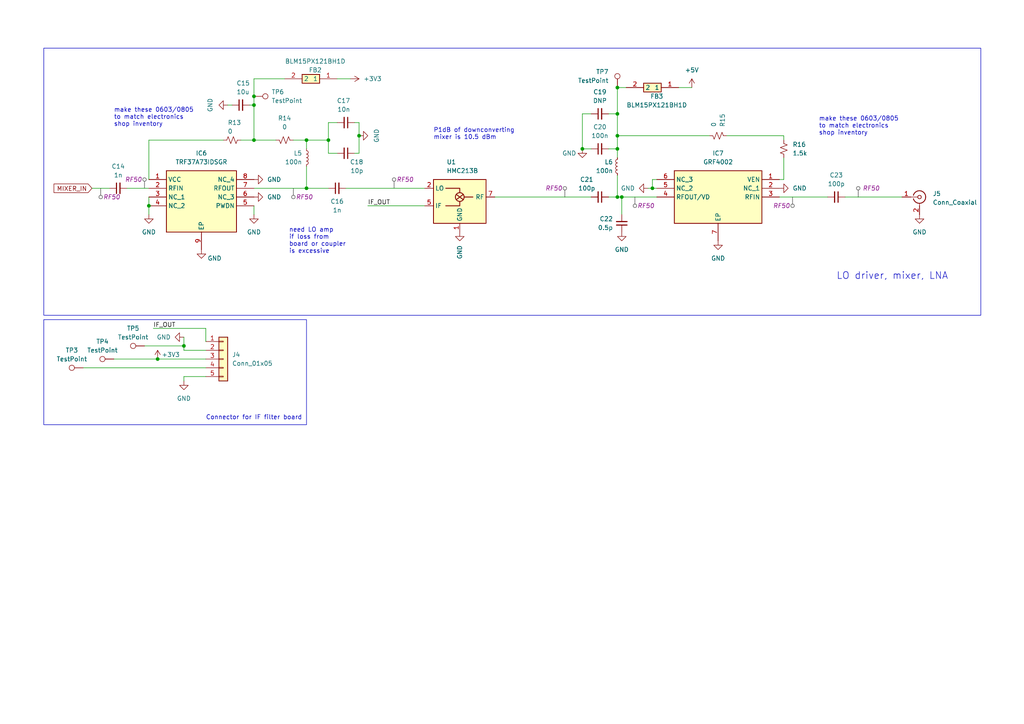
<source format=kicad_sch>
(kicad_sch (version 20230121) (generator eeschema)
  (paper "A4")
  (lib_symbols
    (symbol "Connector:Conn_Coaxial" (pin_names (offset 1.016) hide)
      (property "Reference" "J" (at 0.254 3.048 0))
      (property "Value" "Conn_Coaxial" (at 2.921 0 90))
      (symbol "Conn_Coaxial_0_1"
        (arc (start -1.778 -0.508) (mid 0.2311 -1.8066) (end 1.778 0) (stroke (width 0.254)))
        (polyline (pts (xy -2.54 0) (xy -0.508 0)))
        (polyline (pts (xy 0 -2.54) (xy 0 -1.778)))
        (circle (center 0 0) (radius 0.508) (stroke (width 0.2032)))
        (arc (start 1.778 0) (mid 0.2099 1.8101) (end -1.778 0.508) (stroke (width 0.254)))
      )
      (symbol "Conn_Coaxial_1_1"
        (pin passive line (at -5.08 0 0) (length 2.54) (name "In") (number "1"))
        (pin passive line (at 0 -5.08 90) (length 2.54) (name "Ext") (number "2"))
      )
    )
    (symbol "Connector:TestPoint" (pin_numbers hide) (pin_names (offset 0.762) hide)
      (property "Reference" "TP" (at 0 6.858 0))
      (property "Value" "TestPoint" (at 0 5.08 0))
      (symbol "TestPoint_0_1"
        (circle (center 0 3.302) (radius 0.762))
      )
      (symbol "TestPoint_1_1"
        (pin passive line (at 0 0 90) (length 2.54) (name "1") (number "1"))
      )
    )
    (symbol "Connector_Generic:Conn_01x05" (pin_names (offset 1.016) hide)
      (property "Reference" "J" (at 0 7.62 0))
      (property "Value" "Conn_01x05" (at 0 -7.62 0))
      (symbol "Conn_01x05_1_1"
        (rectangle (start -1.27 -4.953) (end 0 -5.207) (stroke (width 0.1524)))
        (rectangle (start -1.27 -2.413) (end 0 -2.667) (stroke (width 0.1524)))
        (rectangle (start -1.27 0.127) (end 0 -0.127) (stroke (width 0.1524)))
        (rectangle (start -1.27 2.667) (end 0 2.413) (stroke (width 0.1524)))
        (rectangle (start -1.27 5.207) (end 0 4.953) (stroke (width 0.1524)))
        (rectangle (start -1.27 6.35) (end 1.27 -6.35) (stroke (width 0.254)) (fill (type background)))
        (pin passive line (at -5.08 5.08 0) (length 3.81) (name "Pin_1") (number "1"))
        (pin passive line (at -5.08 2.54 0) (length 3.81) (name "Pin_2") (number "2"))
        (pin passive line (at -5.08 0 0) (length 3.81) (name "Pin_3") (number "3"))
        (pin passive line (at -5.08 -2.54 0) (length 3.81) (name "Pin_4") (number "4"))
        (pin passive line (at -5.08 -5.08 0) (length 3.81) (name "Pin_5") (number "5"))
      )
    )
    (symbol "Device:C_Small" (pin_numbers hide) (pin_names (offset 0.254) hide)
      (property "Reference" "C" (at 0.254 1.778 0))
      (property "Value" "C_Small" (at 0.254 -2.032 0))
      (symbol "C_Small_0_1"
        (polyline (pts (xy -1.524 -0.508) (xy 1.524 -0.508)) (stroke (width 0.3302)))
        (polyline (pts (xy -1.524 0.508) (xy 1.524 0.508)) (stroke (width 0.3048)))
      )
      (symbol "C_Small_1_1"
        (pin passive line (at 0 2.54 270) (length 2.032) (name "~") (number "1"))
        (pin passive line (at 0 -2.54 90) (length 2.032) (name "~") (number "2"))
      )
    )
    (symbol "Device:L_Small" (pin_numbers hide) (pin_names (offset 0.254) hide)
      (property "Reference" "L" (at 0.762 1.016 0))
      (property "Value" "L_Small" (at 0.762 -1.016 0))
      (symbol "L_Small_0_1"
        (arc (start 0 -2.032) (mid 0.5058 -1.524) (end 0 -1.016))
        (arc (start 0 -1.016) (mid 0.5058 -0.508) (end 0 0))
        (arc (start 0 0) (mid 0.5058 0.508) (end 0 1.016))
        (arc (start 0 1.016) (mid 0.5058 1.524) (end 0 2.032))
      )
      (symbol "L_Small_1_1"
        (pin passive line (at 0 2.54 270) (length 0.508) (name "~") (number "1"))
        (pin passive line (at 0 -2.54 90) (length 0.508) (name "~") (number "2"))
      )
    )
    (symbol "Device:R_Small_US" (pin_numbers hide) (pin_names (offset 0.254) hide)
      (property "Reference" "R" (at 0.762 0.508 0))
      (property "Value" "R_Small_US" (at 0.762 -1.016 0))
      (symbol "R_Small_US_1_1"
        (polyline (pts (xy 0 0) (xy 1.016 -0.381) (xy 0 -0.762) (xy -1.016 -1.143) (xy 0 -1.524)))
        (polyline (pts (xy 0 1.524) (xy 1.016 1.143) (xy 0 0.762) (xy -1.016 0.381) (xy 0 0)))
        (pin passive line (at 0 2.54 270) (length 1.016) (name "~") (number "1"))
        (pin passive line (at 0 -2.54 90) (length 1.016) (name "~") (number "2"))
      )
    )
    (symbol "RF_Mixer:HMC213B"
      (property "Reference" "U" (at -6.35 8.89 0))
      (property "Value" "HMC213B" (at 5.08 8.89 0))
      (symbol "HMC213B_0_1"
        (rectangle (start -7.62 7.62) (end 7.62 -5.08) (stroke (width 0.254)) (fill (type background)))
        (polyline (pts (xy -1.016 1.778) (xy 1.016 3.302)) (stroke (width 0.254)))
        (polyline (pts (xy -1.016 3.302) (xy 1.016 1.778)) (stroke (width 0.254)))
        (polyline (pts (xy 1.27 2.54) (xy 3.81 2.54)) (stroke (width 0.254)))
        (polyline (pts (xy 0 1.27) (xy 0 0) (xy -4.064 0)) (stroke (width 0.254)))
        (polyline (pts (xy 0 3.81) (xy 0 5.08) (xy -4.064 5.08)) (stroke (width 0.254)))
        (circle (center 0 2.54) (radius 1.27) (stroke (width 0.254)))
      )
      (symbol "HMC213B_1_1"
        (pin power_in line (at 0 -7.62 90) (length 2.54) (name "GND") (number "1"))
        (pin passive line (at -10.16 5.08 0) (length 2.54) (name "LO") (number "2"))
        (pin passive line (at 0 -7.62 90) (length 2.54) hide (name "GND") (number "3"))
        (pin no_connect line (at 5.08 -5.08 90) (length 2.54) hide (name "NC") (number "4"))
        (pin passive line (at -10.16 0 0) (length 2.54) (name "IF") (number "5"))
        (pin passive line (at 0 -7.62 90) (length 2.54) hide (name "GND") (number "6"))
        (pin passive line (at 10.16 2.54 180) (length 2.54) (name "RF") (number "7"))
        (pin passive line (at 0 -7.62 90) (length 2.54) hide (name "GND") (number "8"))
      )
    )
    (symbol "SamacSys_Parts:BLM15PX121BH1D"
      (property "Reference" "FB" (at 3.81 6.35 0))
      (property "Value" "BLM15PX121BH1D" (at 3.81 3.81 0))
      (symbol "BLM15PX121BH1D_1_1"
        (rectangle (start 5.08 1.27) (end 10.16 -1.27) (stroke (width 0.254)) (fill (type background)))
        (pin passive line (at 0 0 0) (length 5.08) (name "1") (number "1"))
        (pin passive line (at 15.24 0 180) (length 5.08) (name "2") (number "2"))
      )
    )
    (symbol "SamacSys_Parts:GRF4002"
      (property "Reference" "IC" (at 31.75 7.62 0))
      (property "Value" "GRF4002" (at 31.75 5.08 0))
      (symbol "GRF4002_1_1"
        (rectangle (start 5.08 2.54) (end 30.48 -12.7) (stroke (width 0.254)) (fill (type background)))
        (pin passive line (at 0 0 0) (length 5.08) (name "VEN") (number "1"))
        (pin passive line (at 0 -2.54 0) (length 5.08) (name "NC_1") (number "2"))
        (pin passive line (at 0 -5.08 0) (length 5.08) (name "RFIN") (number "3"))
        (pin passive line (at 35.56 -5.08 180) (length 5.08) (name "RFOUT/VD") (number "4"))
        (pin passive line (at 35.56 -2.54 180) (length 5.08) (name "NC_2") (number "5"))
        (pin passive line (at 35.56 0 180) (length 5.08) (name "NC_3") (number "6"))
        (pin passive line (at 17.78 -17.78 90) (length 5.08) (name "EP") (number "7"))
      )
    )
    (symbol "SamacSys_Parts:TRF37A73IDSGR"
      (property "Reference" "IC" (at 26.67 7.62 0))
      (property "Value" "TRF37A73IDSGR" (at 26.67 5.08 0))
      (symbol "TRF37A73IDSGR_1_1"
        (rectangle (start 5.08 2.54) (end 25.4 -15.24) (stroke (width 0.254)) (fill (type background)))
        (pin passive line (at 0 0 0) (length 5.08) (name "VCC") (number "1"))
        (pin passive line (at 0 -2.54 0) (length 5.08) (name "RFIN") (number "2"))
        (pin passive line (at 0 -5.08 0) (length 5.08) (name "NC_1") (number "3"))
        (pin passive line (at 0 -7.62 0) (length 5.08) (name "NC_2") (number "4"))
        (pin passive line (at 30.48 -7.62 180) (length 5.08) (name "PWDN") (number "5"))
        (pin passive line (at 30.48 -5.08 180) (length 5.08) (name "NC_3") (number "6"))
        (pin passive line (at 30.48 -2.54 180) (length 5.08) (name "RFOUT") (number "7"))
        (pin passive line (at 30.48 0 180) (length 5.08) (name "NC_4") (number "8"))
        (pin passive line (at 15.24 -20.32 90) (length 5.08) (name "EP") (number "9"))
      )
    )
    (symbol "power:+3V3" (power) (pin_names (offset 0))
      (property "Value" "+3V3" (at 0 3.556 0))
      (symbol "+3V3_0_1"
        (polyline (pts (xy -0.762 1.27) (xy 0 2.54)))
        (polyline (pts (xy 0 0) (xy 0 2.54)))
        (polyline (pts (xy 0 2.54) (xy 0.762 1.27)))
      )
      (symbol "+3V3_1_1"
        (pin power_in line (at 0 0 90) (length 0) hide (name "+3V3") (number "1"))
      )
    )
    (symbol "power:+5V" (power) (pin_names (offset 0))
      (property "Value" "+5V" (at 0 3.556 0))
      (symbol "+5V_0_1"
        (polyline (pts (xy -0.762 1.27) (xy 0 2.54)))
        (polyline (pts (xy 0 0) (xy 0 2.54)))
        (polyline (pts (xy 0 2.54) (xy 0.762 1.27)))
      )
      (symbol "+5V_1_1"
        (pin power_in line (at 0 0 90) (length 0) hide (name "+5V") (number "1"))
      )
    )
    (symbol "power:GND" (power) (pin_names (offset 0))
      (property "Value" "GND" (at 0 -3.81 0))
      (symbol "GND_0_1"
        (polyline (pts (xy 0 0) (xy 0 -1.27) (xy 1.27 -1.27) (xy 0 -2.54) (xy -1.27 -1.27) (xy 0 -1.27)))
      )
      (symbol "GND_1_1"
        (pin power_in line (at 0 0 270) (length 0) hide (name "GND") (number "1"))
      )
    )
  )
  (junction (at 73.66 40.64))
  (junction (at 88.9 40.64))
  (junction (at 95.25 40.64))
  (junction (at 168.91 43.18))
  (junction (at 179.07 33.02))
  (junction (at 43.18 59.69))
  (junction (at 73.66 27.94))
  (junction (at 179.07 57.15))
  (junction (at 73.66 30.48))
  (junction (at 189.23 54.61))
  (junction (at 180.34 57.15))
  (junction (at 179.07 39.37))
  (junction (at 179.07 43.18))
  (junction (at 179.07 25.4))
  (junction (at 53.34 100.33))
  (junction (at 104.14 39.37))
  (junction (at 45.72 104.14))
  (junction (at 88.9 54.61))
  (wire (pts (xy 104.14 39.37) (xy 104.14 35.56)))
  (wire (pts (xy 205.74 39.37) (xy 179.07 39.37)))
  (wire (pts (xy 104.14 39.37) (xy 104.14 44.45)))
  (wire (pts (xy 168.91 33.02) (xy 168.91 43.18)))
  (wire (pts (xy 73.66 54.61) (xy 88.9 54.61)))
  (wire (pts (xy 59.69 95.25) (xy 59.69 99.06)))
  (wire (pts (xy 101.6 22.86) (xy 97.79 22.86)))
  (wire (pts (xy 95.25 40.64) (xy 95.25 35.56)))
  (wire (pts (xy 43.18 40.64) (xy 43.18 52.07)))
  (wire (pts (xy 100.33 54.61) (xy 123.19 54.61)))
  (wire (pts (xy 200.66 25.4) (xy 196.85 25.4)))
  (wire (pts (xy 245.11 57.15) (xy 261.62 57.15)))
  (wire (pts (xy 33.02 104.14) (xy 45.72 104.14)))
  (wire (pts (xy 73.66 59.69) (xy 73.66 62.23)))
  (wire (pts (xy 26.67 54.61) (xy 31.75 54.61)))
  (wire (pts (xy 171.45 43.18) (xy 168.91 43.18)))
  (wire (pts (xy 73.66 30.48) (xy 73.66 27.94)))
  (wire (pts (xy 171.45 33.02) (xy 168.91 33.02)))
  (wire (pts (xy 73.66 27.94) (xy 73.66 22.86)))
  (wire (pts (xy 73.66 22.86) (xy 82.55 22.86)))
  (wire (pts (xy 227.33 52.07) (xy 226.06 52.07)))
  (wire (pts (xy 88.9 54.61) (xy 95.25 54.61)))
  (wire (pts (xy 69.85 40.64) (xy 73.66 40.64)))
  (wire (pts (xy 53.34 97.79) (xy 53.34 100.33)))
  (wire (pts (xy 43.18 40.64) (xy 64.77 40.64)))
  (wire (pts (xy 189.23 52.07) (xy 189.23 54.61)))
  (wire (pts (xy 53.34 110.49) (xy 53.34 109.22)))
  (wire (pts (xy 88.9 40.64) (xy 95.25 40.64)))
  (wire (pts (xy 190.5 57.15) (xy 180.34 57.15)))
  (wire (pts (xy 180.34 62.23) (xy 180.34 57.15)))
  (wire (pts (xy 53.34 101.6) (xy 59.69 101.6)))
  (wire (pts (xy 190.5 52.07) (xy 189.23 52.07)))
  (wire (pts (xy 43.18 59.69) (xy 43.18 62.23)))
  (wire (pts (xy 179.07 33.02) (xy 179.07 39.37)))
  (wire (pts (xy 95.25 44.45) (xy 97.79 44.45)))
  (wire (pts (xy 53.34 109.22) (xy 59.69 109.22)))
  (wire (pts (xy 143.51 57.15) (xy 171.45 57.15)))
  (wire (pts (xy 176.53 43.18) (xy 179.07 43.18)))
  (wire (pts (xy 179.07 57.15) (xy 176.53 57.15)))
  (wire (pts (xy 226.06 57.15) (xy 240.03 57.15)))
  (wire (pts (xy 104.14 35.56) (xy 102.87 35.56)))
  (wire (pts (xy 24.13 106.68) (xy 59.69 106.68)))
  (wire (pts (xy 88.9 48.26) (xy 88.9 54.61)))
  (wire (pts (xy 72.39 30.48) (xy 73.66 30.48)))
  (wire (pts (xy 179.07 43.18) (xy 179.07 45.72)))
  (wire (pts (xy 41.91 100.33) (xy 53.34 100.33)))
  (wire (pts (xy 189.23 54.61) (xy 187.96 54.61)))
  (wire (pts (xy 104.14 44.45) (xy 102.87 44.45)))
  (wire (pts (xy 45.72 104.14) (xy 59.69 104.14)))
  (wire (pts (xy 67.31 30.48) (xy 66.04 30.48)))
  (wire (pts (xy 53.34 100.33) (xy 53.34 101.6)))
  (wire (pts (xy 180.34 57.15) (xy 179.07 57.15)))
  (wire (pts (xy 227.33 40.64) (xy 227.33 39.37)))
  (wire (pts (xy 181.61 25.4) (xy 179.07 25.4)))
  (wire (pts (xy 179.07 39.37) (xy 179.07 43.18)))
  (wire (pts (xy 179.07 25.4) (xy 179.07 33.02)))
  (wire (pts (xy 73.66 30.48) (xy 73.66 40.64)))
  (wire (pts (xy 227.33 39.37) (xy 210.82 39.37)))
  (wire (pts (xy 176.53 33.02) (xy 179.07 33.02)))
  (wire (pts (xy 44.45 95.25) (xy 59.69 95.25)))
  (wire (pts (xy 36.83 54.61) (xy 43.18 54.61)))
  (wire (pts (xy 95.25 44.45) (xy 95.25 40.64)))
  (wire (pts (xy 179.07 50.8) (xy 179.07 57.15)))
  (wire (pts (xy 190.5 54.61) (xy 189.23 54.61)))
  (wire (pts (xy 88.9 40.64) (xy 88.9 43.18)))
  (wire (pts (xy 73.66 40.64) (xy 80.01 40.64)))
  (wire (pts (xy 43.18 57.15) (xy 43.18 59.69)))
  (wire (pts (xy 95.25 35.56) (xy 97.79 35.56)))
  (wire (pts (xy 227.33 45.72) (xy 227.33 52.07)))
  (wire (pts (xy 106.68 59.69) (xy 123.19 59.69)))
  (wire (pts (xy 85.09 40.64) (xy 88.9 40.64)))
  (rectangle (start 12.7 13.97) (end 284.48 91.44))
  (rectangle (start 12.7 92.71) (end 88.9 123.19))
  (text "need LO amp\nif loss from\nboard or coupler\nis excessive" (at 83.82 73.66 0) (effects (font (size 1.27 1.27)) (justify left bottom)))
  (text "make these 0603/0805\nto match electronics \nshop inventory" (at 237.49 39.37 0) (effects (font (size 1.27 1.27)) (justify left bottom)))
  (text "P1dB of downconverting\nmixer is 10.5 dBm " (at 125.73 40.64 0) (effects (font (size 1.27 1.27)) (justify left bottom)))
  (text "Connector for IF filter board" (at 59.69 121.92 0) (effects (font (size 1.27 1.27)) (justify left bottom)))
  (text "LO driver, mixer, LNA" (at 242.57 81.28 0) (effects (font (size 2 2)) (justify left bottom)))
  (text "make these 0603/0805\nto match electronics \nshop inventory" (at 33.02 36.83 0) (effects (font (size 1.27 1.27)) (justify left bottom)))
  (label "IF_OUT" (at 44.45 95.25 0))
  (label "IF_OUT" (at 106.68 59.69 0))
  (global_label "MIXER_IN" (shape input) (at 26.67 54.61 180) (property "Intersheetrefs" "${INTERSHEET_REFS}" (effects hide)))
  (netclass_flag "" (length 2.54) (shape round) (at 114.3 54.61 0) (property "Netclass" "RF50" (at 114.9985 52.07 0) (effects (font italic) (justify left))))
  (netclass_flag "" (length 2.54) (shape round) (at 41.91 54.61 0) (property "Netclass" "RF50" (at 41.2115 52.07 0) (effects (font italic) (justify right))))
  (netclass_flag "" (length 2.54) (shape round) (at 29.21 54.61 180) (property "Netclass" "RF50" (at 29.9085 57.15 0) (effects (font italic) (justify left))))
  (netclass_flag "" (length 2.54) (shape round) (at 184.15 57.15 180) (property "Netclass" "RF50" (at 184.8485 59.69 0) (effects (font italic) (justify left))))
  (netclass_flag "" (length 2.54) (shape round) (at 85.09 54.61 180) (property "Netclass" "RF50" (at 85.7885 57.15 0) (effects (font italic) (justify left))))
  (netclass_flag "" (length 2.54) (shape round) (at 163.83 57.15 0) (property "Netclass" "RF50" (at 163.1315 54.61 0) (effects (font italic) (justify right))))
  (netclass_flag "" (length 2.54) (shape round) (at 229.87 57.15 180) (property "Netclass" "RF50" (at 229.1715 59.69 0) (effects (font italic) (justify right))))
  (netclass_flag "" (length 2.54) (shape round) (at 248.92 57.15 0) (property "Netclass" "RF50" (at 250.19 54.61 0) (effects (font italic) (justify left))))
  (symbol (lib_id "Device:R_Small_US") (at 67.31 40.64 90) (unit 1)
    (property "Reference" "R13" (at 66.04 35.56 90) (effects (justify right)))
    (property "Value" "0" (at 66.04 38.1 90) (effects (justify right)))
    (property "Footprint" "Resistor_SMD:R_0402_1005Metric_Pad0.72x0.64mm_HandSolder" (effects hide))
  )
  (symbol (lib_id "Device:C_Small") (at 173.99 57.15 270) (mirror x) (unit 1)
    (property "Reference" "C21" (at 170.18 52.07 90))
    (property "Value" "100p" (at 170.18 54.61 90))
    (property "Footprint" "Capacitor_SMD:C_0402_1005Metric" (effects hide))
  )
  (symbol (lib_id "power:GND") (at 104.14 39.37 90) (mirror x) (unit 1)
    (property "Reference" "#PWR051" (effects hide))
    (property "Value" "GND" (at 109.22 39.37 0))
  )
  (symbol (lib_id "Device:C_Small") (at 242.57 57.15 270) (mirror x) (unit 1)
    (property "Reference" "C23" (at 242.5637 50.8 90))
    (property "Value" "100p" (at 242.5637 53.34 90))
    (property "Footprint" "Capacitor_SMD:C_0402_1005Metric" (effects hide))
  )
  (symbol (lib_id "power:GND") (at 58.42 72.39 0) (mirror y) (unit 1)
    (property "Reference" "#PWR045" (effects hide))
    (property "Value" "GND" (at 62.23 74.93 0))
  )
  (symbol (lib_id "power:GND") (at 226.06 54.61 90) (mirror x) (unit 1)
    (property "Reference" "#PWR058" (effects hide))
    (property "Value" "GND" (at 229.87 54.61 90) (effects (justify right)))
  )
  (symbol (lib_id "Connector:TestPoint") (at 24.13 106.68 90) (unit 1)
    (property "Reference" "TP3" (at 20.828 101.6 90))
    (property "Value" "TestPoint" (at 20.828 104.14 90))
    (property "Footprint" "TestPoint:TestPoint_Pad_1.0x1.0mm" (effects hide))
  )
  (symbol (lib_id "power:GND") (at 208.28 69.85 0) (mirror y) (unit 1)
    (property "Reference" "#PWR057" (effects hide))
    (property "Value" "GND" (at 208.28 74.93 0))
  )
  (symbol (lib_id "RF_Mixer:HMC213B") (at 133.35 59.69 0) (unit 1)
    (property "Reference" "U1" (at 129.54 46.99 0) (effects (justify left)))
    (property "Value" "HMC213B" (at 129.54 49.53 0) (effects (justify left)))
    (property "Footprint" "Package_SO:MSOP-8_3x3mm_P0.65mm" (effects hide))
    (property "Datasheet" "https://www.analog.com/media/en/technical-documentation/data-sheets/hmc213B.pdf" (effects hide))
  )
  (symbol (lib_id "power:GND") (at 66.04 30.48 270) (mirror x) (unit 1)
    (property "Reference" "#PWR046" (effects hide))
    (property "Value" "GND" (at 60.96 30.48 0))
  )
  (symbol (lib_id "power:GND") (at 53.34 110.49 0) (mirror y) (unit 1)
    (property "Reference" "#PWR044" (effects hide))
    (property "Value" "GND" (at 53.34 115.57 0))
  )
  (symbol (lib_id "Device:R_Small_US") (at 82.55 40.64 90) (mirror x) (unit 1)
    (property "Reference" "R14" (at 82.55 34.29 90))
    (property "Value" "0" (at 82.55 36.83 90))
    (property "Footprint" "Resistor_SMD:R_0402_1005Metric_Pad0.72x0.64mm_HandSolder" (effects hide))
  )
  (symbol (lib_id "Device:C_Small") (at 97.79 54.61 90) (mirror x) (unit 1)
    (property "Reference" "C16" (at 97.79 58.42 90))
    (property "Value" "1n" (at 97.79 60.96 90))
    (property "Footprint" "Capacitor_SMD:C_0402_1005Metric" (effects hide))
  )
  (symbol (lib_id "Connector:TestPoint") (at 73.66 27.94 270) (unit 1)
    (property "Reference" "TP6" (at 78.74 26.67 90) (effects (justify left)))
    (property "Value" "TestPoint" (at 78.74 29.21 90) (effects (justify left)))
    (property "Footprint" "TestPoint:TestPoint_Pad_1.0x1.0mm" (effects hide))
  )
  (symbol (lib_id "SamacSys_Parts:BLM15PX121BH1D") (at 196.85 25.4 0) (mirror y) (unit 1)
    (property "Reference" "FB3" (at 190.5 27.94 0))
    (property "Value" "BLM15PX121BH1D" (at 190.5 30.48 0))
    (property "Footprint" "SamacSys_Parts:BLM15PX_BH1" (effects hide))
    (property "Datasheet" "https://www.murata.com/en-global/products/productdetail.aspx?cate=luNoiseSupprFilteChipFerriBead&partno=BLM15PX121BH1%23" (effects hide))
    (property "Mouser Part Number" "81-BLM15PX121BH1D" (effects hide))
    (property "Mouser Price/Stock" "https://www.mouser.co.uk/ProductDetail/Murata-Electronics/BLM15PX121BH1D?qs=9vOqFld9vZVEANUCBIdXVQ%3D%3D" (effects hide))
    (property "Manufacturer_Name" "Murata Electronics" (effects hide))
    (property "Manufacturer_Part_Number" "BLM15PX121BH1D" (effects hide))
  )
  (symbol (lib_id "Connector:TestPoint") (at 33.02 104.14 90) (unit 1)
    (property "Reference" "TP4" (at 29.718 99.06 90))
    (property "Value" "TestPoint" (at 29.718 101.6 90))
    (property "Footprint" "TestPoint:TestPoint_Pad_1.0x1.0mm" (effects hide))
  )
  (symbol (lib_id "power:+3V3") (at 45.72 104.14 0) (unit 1)
    (property "Reference" "#PWR042" (effects hide))
    (property "Value" "+3V3" (at 49.53 102.87 0))
  )
  (symbol (lib_id "power:+3V3") (at 101.6 22.86 270) (unit 1)
    (property "Reference" "#PWR050" (effects hide))
    (property "Value" "+3V3" (at 105.41 22.86 90) (effects (justify left)))
  )
  (symbol (lib_id "SamacSys_Parts:BLM15PX121BH1D") (at 97.79 22.86 180) (unit 1)
    (property "Reference" "FB2" (at 91.44 20.32 0))
    (property "Value" "BLM15PX121BH1D" (at 91.44 17.78 0))
    (property "Footprint" "SamacSys_Parts:BLM15PX_BH1" (effects hide))
    (property "Datasheet" "https://www.murata.com/en-global/products/productdetail.aspx?cate=luNoiseSupprFilteChipFerriBead&partno=BLM15PX121BH1%23" (effects hide))
    (property "Mouser Part Number" "81-BLM15PX121BH1D" (effects hide))
    (property "Mouser Price/Stock" "https://www.mouser.co.uk/ProductDetail/Murata-Electronics/BLM15PX121BH1D?qs=9vOqFld9vZVEANUCBIdXVQ%3D%3D" (effects hide))
    (property "Manufacturer_Name" "Murata Electronics" (effects hide))
    (property "Manufacturer_Part_Number" "BLM15PX121BH1D" (effects hide))
  )
  (symbol (lib_id "power:GND") (at 187.96 54.61 270) (mirror x) (unit 1)
    (property "Reference" "#PWR055" (effects hide))
    (property "Value" "GND" (at 184.15 54.61 90) (effects (justify right)))
  )
  (symbol (lib_id "power:GND") (at 168.91 43.18 0) (mirror y) (unit 1)
    (property "Reference" "#PWR053" (effects hide))
    (property "Value" "GND" (at 165.1 44.45 0))
  )
  (symbol (lib_id "Connector:Conn_Coaxial") (at 266.7 57.15 0) (unit 1)
    (property "Reference" "J5" (at 270.51 56.1732 0) (effects (justify left)))
    (property "Value" "Conn_Coaxial" (at 270.51 58.7132 0) (effects (justify left)))
    (property "Footprint" "Connector_Coaxial:SMA_Molex_73251-1153_EdgeMount_Horizontal" (effects hide))
    (property "Datasheet" " ~" (effects hide))
  )
  (symbol (lib_id "Device:L_Small") (at 88.9 45.72 0) (mirror x) (unit 1)
    (property "Reference" "L5" (at 87.63 44.45 0) (effects (justify right)))
    (property "Value" "100n" (at 87.63 46.99 0) (effects (justify right)))
    (property "Footprint" "Inductor_SMD:L_0402_1005Metric" (effects hide))
  )
  (symbol (lib_id "Connector:TestPoint") (at 41.91 100.33 90) (unit 1)
    (property "Reference" "TP5" (at 38.608 95.25 90))
    (property "Value" "TestPoint" (at 38.608 97.79 90))
    (property "Footprint" "TestPoint:TestPoint_Pad_1.0x1.0mm" (effects hide))
  )
  (symbol (lib_id "Device:C_Small") (at 34.29 54.61 90) (mirror x) (unit 1)
    (property "Reference" "C14" (at 34.2963 48.26 90))
    (property "Value" "1n" (at 34.2963 50.8 90))
    (property "Footprint" "Capacitor_SMD:C_0402_1005Metric" (effects hide))
  )
  (symbol (lib_id "Device:R_Small_US") (at 227.33 43.18 180) (unit 1)
    (property "Reference" "R16" (at 229.87 41.91 0) (effects (justify right)))
    (property "Value" "1.5k" (at 229.87 44.45 0) (effects (justify right)))
    (property "Footprint" "Resistor_SMD:R_0402_1005Metric_Pad0.72x0.64mm_HandSolder" (effects hide))
  )
  (symbol (lib_id "Device:C_Small") (at 100.33 44.45 270) (mirror x) (unit 1)
    (property "Reference" "C18" (at 105.41 46.99 90) (effects (justify right)))
    (property "Value" "10p" (at 105.41 49.53 90) (effects (justify right)))
    (property "Footprint" "Capacitor_SMD:C_0402_1005Metric_Pad0.74x0.62mm_HandSolder" (effects hide))
  )
  (symbol (lib_id "power:GND") (at 73.66 57.15 90) (mirror x) (unit 1)
    (property "Reference" "#PWR048" (effects hide))
    (property "Value" "GND" (at 77.47 57.15 90) (effects (justify right)))
  )
  (symbol (lib_id "Device:R_Small_US") (at 208.28 39.37 90) (mirror x) (unit 1)
    (property "Reference" "R15" (at 209.55 36.83 0) (effects (justify right)))
    (property "Value" "0" (at 207.01 36.83 0) (effects (justify right)))
    (property "Footprint" "Resistor_SMD:R_0402_1005Metric_Pad0.72x0.64mm_HandSolder" (effects hide))
  )
  (symbol (lib_id "Device:C_Small") (at 100.33 35.56 270) (mirror x) (unit 1)
    (property "Reference" "C17" (at 101.6 29.21 90) (effects (justify right)))
    (property "Value" "10n" (at 101.6 31.75 90) (effects (justify right)))
    (property "Footprint" "Capacitor_SMD:C_0603_1608Metric_Pad1.08x0.95mm_HandSolder" (effects hide))
  )
  (symbol (lib_id "power:GND") (at 180.34 67.31 0) (mirror y) (unit 1)
    (property "Reference" "#PWR054" (effects hide))
    (property "Value" "GND" (at 180.34 72.39 0))
  )
  (symbol (lib_id "power:GND") (at 43.18 62.23 0) (mirror y) (unit 1)
    (property "Reference" "#PWR041" (effects hide))
    (property "Value" "GND" (at 43.18 67.31 0))
  )
  (symbol (lib_id "Device:C_Small") (at 180.34 64.77 0) (mirror x) (unit 1)
    (property "Reference" "C22" (at 177.8 63.4936 0) (effects (justify right)))
    (property "Value" "0.5p" (at 177.8 66.0336 0) (effects (justify right)))
    (property "Footprint" "Capacitor_SMD:C_0402_1005Metric" (effects hide))
  )
  (symbol (lib_id "Device:C_Small") (at 69.85 30.48 90) (mirror x) (unit 1)
    (property "Reference" "C15" (at 68.58 24.13 90) (effects (justify right)))
    (property "Value" "10u" (at 68.58 26.67 90) (effects (justify right)))
    (property "Footprint" "Capacitor_SMD:C_0805_2012Metric_Pad1.18x1.45mm_HandSolder" (effects hide))
  )
  (symbol (lib_id "Connector_Generic:Conn_01x05") (at 64.77 104.14 0) (unit 1)
    (property "Reference" "J4" (at 67.31 102.87 0) (effects (justify left)))
    (property "Value" "Conn_01x05" (at 67.31 105.41 0) (effects (justify left)))
    (property "Footprint" "Connector_PinHeader_2.54mm:PinHeader_1x05_P2.54mm_Vertical" (effects hide))
  )
  (symbol (lib_id "Connector:TestPoint") (at 179.07 25.4 0) (mirror y) (unit 1)
    (property "Reference" "TP7" (at 176.53 20.828 0) (effects (justify left)))
    (property "Value" "TestPoint" (at 176.53 23.368 0) (effects (justify left)))
    (property "Footprint" "TestPoint:TestPoint_Pad_1.0x1.0mm" (effects hide))
  )
  (symbol (lib_id "power:GND") (at 73.66 52.07 90) (mirror x) (unit 1)
    (property "Reference" "#PWR047" (effects hide))
    (property "Value" "GND" (at 77.47 52.07 90) (effects (justify right)))
  )
  (symbol (lib_id "Device:C_Small") (at 173.99 33.02 90) (mirror x) (unit 1)
    (property "Reference" "C19" (at 173.9964 26.67 90))
    (property "Value" "DNP" (at 173.9964 29.21 90))
    (property "Footprint" "Capacitor_SMD:C_0402_1005Metric_Pad0.74x0.62mm_HandSolder" (effects hide))
  )
  (symbol (lib_id "Device:L_Small") (at 179.07 48.26 0) (mirror y) (unit 1)
    (property "Reference" "L6" (at 177.8 46.99 0) (effects (justify left)))
    (property "Value" "100n" (at 177.8 49.53 0) (effects (justify left)))
    (property "Footprint" "Inductor_SMD:L_0402_1005Metric" (effects hide))
  )
  (symbol (lib_id "SamacSys_Parts:GRF4002") (at 226.06 52.07 0) (mirror y) (unit 1)
    (property "Reference" "IC7" (at 208.28 44.45 0))
    (property "Value" "GRF4002" (at 208.28 46.99 0))
    (property "Footprint" "SamacSys_Parts:SON50P150X150X50-7N-D" (effects hide))
    (property "Height" "0.5" (effects hide))
    (property "Mouser Part Number" "459-GRF4002" (effects hide))
    (property "Mouser Price/Stock" "https://www.mouser.co.uk/ProductDetail/Guerrilla-RF/GRF4002?qs=3tDLu8XvM80e9kU4iVMm0A%3D%3D" (effects hide))
    (property "Manufacturer_Name" "Guerrilla RF" (effects hide))
    (property "Manufacturer_Part_Number" "GRF4002" (effects hide))
  )
  (symbol (lib_id "SamacSys_Parts:TRF37A73IDSGR") (at 43.18 52.07 0) (unit 1)
    (property "Reference" "IC6" (at 58.42 44.45 0))
    (property "Value" "TRF37A73IDSGR" (at 58.42 46.99 0))
    (property "Footprint" "SamacSys_Parts:SON50P200X200X80-9N" (effects hide))
    (property "Datasheet" "https://www.ti.com/lit/gpn/trf37a73" (effects hide))
    (property "Height" "0.8" (effects hide))
    (property "Mouser Part Number" "595-TRF37A73IDSGR" (effects hide))
    (property "Mouser Price/Stock" "https://www.mouser.co.uk/ProductDetail/Texas-Instruments/TRF37A73IDSGR?qs=7z%252BmIopC6%2FLSVnZOjS1Ggg%3D%3D" (effects hide))
    (property "Manufacturer_Name" "Texas Instruments" (effects hide))
    (property "Manufacturer_Part_Number" "TRF37A73IDSGR" (effects hide))
  )
  (symbol (lib_id "power:GND") (at 133.35 67.31 0) (unit 1)
    (property "Reference" "#PWR052" (effects hide))
    (property "Value" "GND" (at 133.35 71.12 90) (effects (justify right)))
  )
  (symbol (lib_id "power:GND") (at 266.7 62.23 0) (mirror y) (unit 1)
    (property "Reference" "#PWR059" (effects hide))
    (property "Value" "GND" (at 266.7 67.31 0))
  )
  (symbol (lib_id "power:GND") (at 73.66 62.23 0) (mirror y) (unit 1)
    (property "Reference" "#PWR049" (effects hide))
    (property "Value" "GND" (at 73.66 67.31 0))
  )
  (symbol (lib_id "Device:C_Small") (at 173.99 43.18 90) (mirror x) (unit 1)
    (property "Reference" "C20" (at 173.9964 36.83 90))
    (property "Value" "100n" (at 173.9964 39.37 90))
    (property "Footprint" "Capacitor_SMD:C_0402_1005Metric_Pad0.74x0.62mm_HandSolder" (effects hide))
  )
  (symbol (lib_id "power:GND") (at 53.34 97.79 270) (mirror x) (unit 1)
    (property "Reference" "#PWR043" (effects hide))
    (property "Value" "GND" (at 49.53 97.79 90) (effects (justify right)))
  )
  (symbol (lib_id "power:+5V") (at 200.66 25.4 0) (mirror y) (unit 1)
    (property "Reference" "#PWR056" (effects hide))
    (property "Value" "+5V" (at 200.66 20.32 0))
  )
)
</source>
